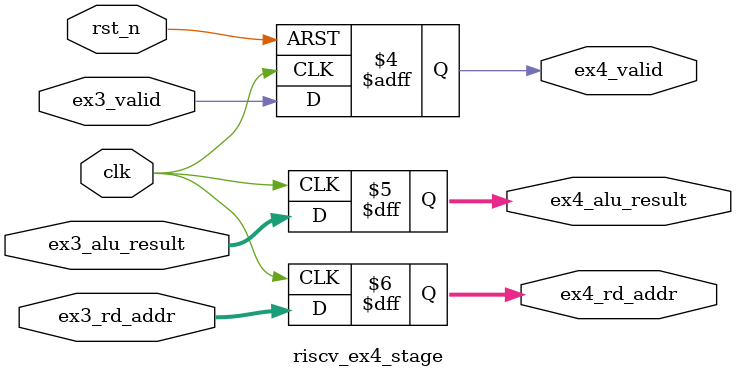
<source format=sv>

module riscv_ex4_stage (
    input  logic        clk,
    input  logic        rst_n,
    input  logic [31:0] ex3_alu_result,
    input  logic [4:0]  ex3_rd_addr,
    input  logic        ex3_valid,
    output logic [31:0] ex4_alu_result,    // NO RESET - Data path
    output logic [4:0]  ex4_rd_addr,       // NO RESET - Data path
    output logic        ex4_valid          // WITH RESET - Control path
);
    always_ff @(posedge clk) begin
        ex4_alu_result <= ex3_alu_result;
        ex4_rd_addr    <= ex3_rd_addr;
    end
    always_ff @(posedge clk or negedge rst_n) begin
        if (!rst_n) ex4_valid <= 1'b0;
        else ex4_valid <= ex3_valid;
    end
endmodule

</source>
